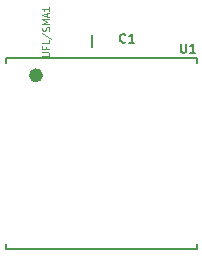
<source format=gbr>
%TF.GenerationSoftware,KiCad,Pcbnew,5.1.10*%
%TF.CreationDate,2021-07-25T21:05:11+03:00*%
%TF.ProjectId,hoperf-rfm9x-lora-breakout,686f7065-7266-42d7-9266-6d39782d6c6f,rev?*%
%TF.SameCoordinates,Original*%
%TF.FileFunction,Legend,Top*%
%TF.FilePolarity,Positive*%
%FSLAX46Y46*%
G04 Gerber Fmt 4.6, Leading zero omitted, Abs format (unit mm)*
G04 Created by KiCad (PCBNEW 5.1.10) date 2021-07-25 21:05:11*
%MOMM*%
%LPD*%
G01*
G04 APERTURE LIST*
%ADD10C,0.127000*%
%ADD11C,0.609600*%
%ADD12C,0.203200*%
%ADD13C,0.138988*%
%ADD14C,0.104241*%
G04 APERTURE END LIST*
D10*
%TO.C,U1*%
X140391100Y-98719600D02*
X140391100Y-99119600D01*
X156591100Y-98719600D02*
X140391100Y-98719600D01*
X156591100Y-99119600D02*
X156591100Y-98719600D01*
X140391100Y-114919600D02*
X140391100Y-114519600D01*
X156591100Y-114919600D02*
X140391100Y-114919600D01*
X156591100Y-114519600D02*
X156591100Y-114919600D01*
D11*
X143263100Y-100200600D02*
G75*
G03*
X143263100Y-100200600I-300000J0D01*
G01*
D12*
%TO.C,C1*%
X147729100Y-96786600D02*
X147729100Y-97802600D01*
%TO.C,U1*%
D13*
X155243289Y-97510670D02*
X155243289Y-98135752D01*
X155280059Y-98209291D01*
X155316828Y-98246060D01*
X155390367Y-98282830D01*
X155537446Y-98282830D01*
X155610985Y-98246060D01*
X155647754Y-98209291D01*
X155684524Y-98135752D01*
X155684524Y-97510670D01*
X156456684Y-98282830D02*
X156015449Y-98282830D01*
X156236066Y-98282830D02*
X156236066Y-97510670D01*
X156162527Y-97620979D01*
X156088988Y-97694518D01*
X156015449Y-97731287D01*
%TO.C,C1*%
X150540024Y-97374791D02*
X150503254Y-97411560D01*
X150392946Y-97448330D01*
X150319406Y-97448330D01*
X150209098Y-97411560D01*
X150135559Y-97338021D01*
X150098789Y-97264482D01*
X150062020Y-97117404D01*
X150062020Y-97007096D01*
X150098789Y-96860018D01*
X150135559Y-96786479D01*
X150209098Y-96712940D01*
X150319406Y-96676170D01*
X150392946Y-96676170D01*
X150503254Y-96712940D01*
X150540024Y-96749709D01*
X151275414Y-97448330D02*
X150834180Y-97448330D01*
X151054797Y-97448330D02*
X151054797Y-96676170D01*
X150981258Y-96786479D01*
X150907719Y-96860018D01*
X150834180Y-96896787D01*
%TO.C,UFL/SMA1*%
D14*
X143510522Y-98590990D02*
X143979334Y-98590990D01*
X144034488Y-98563413D01*
X144062065Y-98535836D01*
X144089642Y-98480682D01*
X144089642Y-98370373D01*
X144062065Y-98315219D01*
X144034488Y-98287642D01*
X143979334Y-98260065D01*
X143510522Y-98260065D01*
X143786294Y-97791253D02*
X143786294Y-97984293D01*
X144089642Y-97984293D02*
X143510522Y-97984293D01*
X143510522Y-97708522D01*
X144089642Y-97212133D02*
X144089642Y-97487905D01*
X143510522Y-97487905D01*
X143482945Y-96605436D02*
X144227528Y-97101825D01*
X144062065Y-96439973D02*
X144089642Y-96357242D01*
X144089642Y-96219356D01*
X144062065Y-96164202D01*
X144034488Y-96136625D01*
X143979334Y-96109048D01*
X143924180Y-96109048D01*
X143869025Y-96136625D01*
X143841448Y-96164202D01*
X143813871Y-96219356D01*
X143786294Y-96329665D01*
X143758717Y-96384819D01*
X143731140Y-96412396D01*
X143675985Y-96439973D01*
X143620831Y-96439973D01*
X143565677Y-96412396D01*
X143538100Y-96384819D01*
X143510522Y-96329665D01*
X143510522Y-96191779D01*
X143538100Y-96109048D01*
X144089642Y-95860853D02*
X143510522Y-95860853D01*
X143924180Y-95667813D01*
X143510522Y-95474773D01*
X144089642Y-95474773D01*
X143924180Y-95226579D02*
X143924180Y-94950808D01*
X144089642Y-95281733D02*
X143510522Y-95088693D01*
X144089642Y-94895653D01*
X144089642Y-94399265D02*
X144089642Y-94730190D01*
X144089642Y-94564728D02*
X143510522Y-94564728D01*
X143593254Y-94619882D01*
X143648408Y-94675036D01*
X143675985Y-94730190D01*
%TD*%
M02*

</source>
